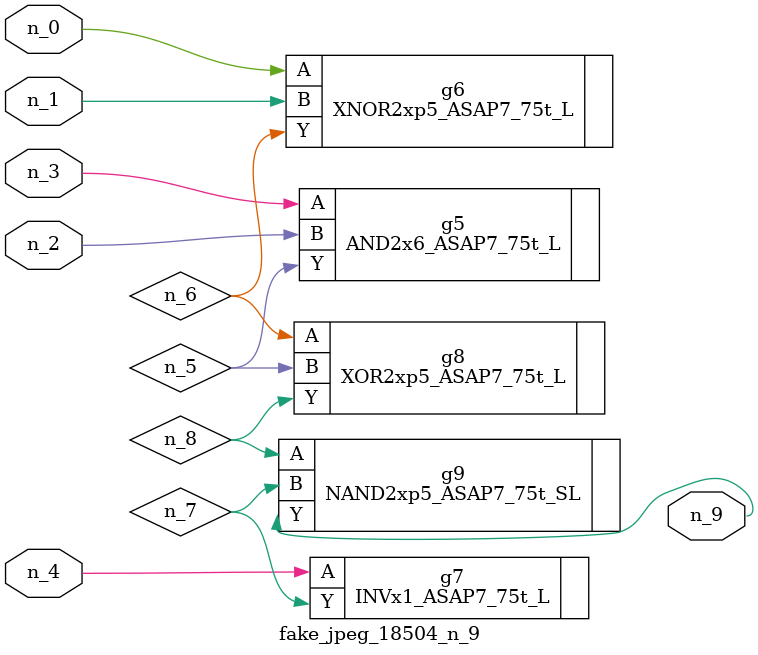
<source format=v>
module fake_jpeg_18504_n_9 (n_3, n_2, n_1, n_0, n_4, n_9);

input n_3;
input n_2;
input n_1;
input n_0;
input n_4;

output n_9;

wire n_8;
wire n_6;
wire n_5;
wire n_7;

AND2x6_ASAP7_75t_L g5 ( 
.A(n_3),
.B(n_2),
.Y(n_5)
);

XNOR2xp5_ASAP7_75t_L g6 ( 
.A(n_0),
.B(n_1),
.Y(n_6)
);

INVx1_ASAP7_75t_L g7 ( 
.A(n_4),
.Y(n_7)
);

XOR2xp5_ASAP7_75t_L g8 ( 
.A(n_6),
.B(n_5),
.Y(n_8)
);

NAND2xp5_ASAP7_75t_SL g9 ( 
.A(n_8),
.B(n_7),
.Y(n_9)
);


endmodule
</source>
